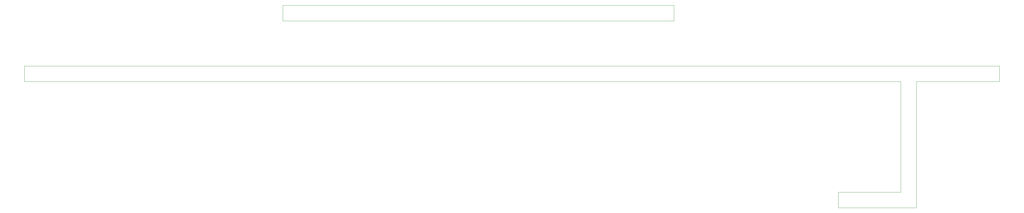
<source format=gbr>
%TF.GenerationSoftware,KiCad,Pcbnew,9.0.2*%
%TF.CreationDate,2025-06-27T15:40:28+02:00*%
%TF.ProjectId,flex_mems,666c6578-5f6d-4656-9d73-2e6b69636164,rev?*%
%TF.SameCoordinates,Original*%
%TF.FileFunction,Profile,NP*%
%FSLAX46Y46*%
G04 Gerber Fmt 4.6, Leading zero omitted, Abs format (unit mm)*
G04 Created by KiCad (PCBNEW 9.0.2) date 2025-06-27 15:40:28*
%MOMM*%
%LPD*%
G01*
G04 APERTURE LIST*
%TA.AperFunction,Profile*%
%ADD10C,0.050000*%
%TD*%
G04 APERTURE END LIST*
D10*
X214000000Y-144500000D02*
X222500000Y-144500000D01*
X389000000Y-144500000D02*
X389000000Y-149500000D01*
X357500000Y-185000000D02*
X357500000Y-150000000D01*
X214000000Y-149500000D02*
X82000000Y-149500000D01*
X160000000Y-125000000D02*
X160000000Y-130000000D01*
X362500000Y-155000000D02*
X362500000Y-190000000D01*
X214000000Y-149500000D02*
X222500000Y-149500000D01*
X362500000Y-149500000D02*
X362500000Y-155000000D01*
X77500000Y-149500000D02*
X82000000Y-149500000D01*
X82000000Y-144500000D02*
X214000000Y-144500000D01*
X285000000Y-125000000D02*
X160000000Y-125000000D01*
X357500000Y-185000000D02*
X337500000Y-185000000D01*
X337500000Y-190000000D02*
X357500000Y-190000000D01*
X222500000Y-144500000D02*
X372500000Y-144500000D01*
X357500000Y-150000000D02*
X357500000Y-149500000D01*
X160000000Y-130000000D02*
X285000000Y-130000000D01*
X187500000Y-125000000D02*
X187250000Y-125000000D01*
X77500000Y-144500000D02*
X77500000Y-149500000D01*
X357500000Y-149500000D02*
X222500000Y-149500000D01*
X285000000Y-125000000D02*
X285000000Y-130000000D01*
X372500000Y-149500000D02*
X362500000Y-149500000D01*
X187250000Y-125000000D02*
X187000000Y-125000000D01*
X372500000Y-144500000D02*
X389000000Y-144500000D01*
X389000000Y-149500000D02*
X372500000Y-149500000D01*
X77500000Y-144500000D02*
X82000000Y-144500000D01*
X187000000Y-125000000D02*
X187500000Y-125000000D01*
X337500000Y-185000000D02*
X337500000Y-190000000D01*
X362500000Y-190000000D02*
X357500000Y-190000000D01*
M02*

</source>
